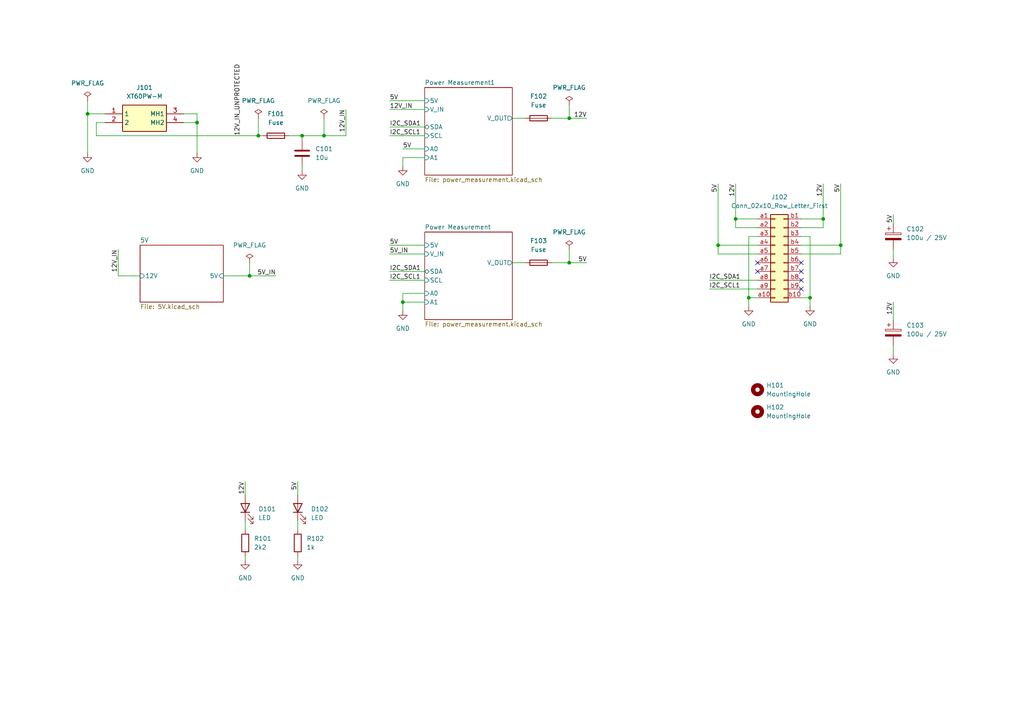
<source format=kicad_sch>
(kicad_sch (version 20250114) (generator "eeschema") (generator_version "9.0")
  (paper "A4")
  (lib_symbols
    (symbol "Connector_Generic:Conn_02x10_Row_Letter_First" (pin_names (offset 1.016) (hide yes))
      (property "Reference" "J" (at 1.27 12.7 0))
      (property "Value" "Conn_02x10_Row_Letter_First" (at 1.27 -15.24 0))
      (symbol "Conn_02x10_Row_Letter_First_1_1"
        (rectangle (start -1.27 11.43) (end 3.81 -13.97) (stroke (width 0.254)) (fill (type background)))
        (rectangle (start -1.27 10.287) (end 0 10.033) (stroke (width 0.1524)))
        (rectangle (start -1.27 7.747) (end 0 7.493) (stroke (width 0.1524)))
        (rectangle (start -1.27 5.207) (end 0 4.953) (stroke (width 0.1524)))
        (rectangle (start -1.27 2.667) (end 0 2.413) (stroke (width 0.1524)))
        (rectangle (start -1.27 0.127) (end 0 -0.127) (stroke (width 0.1524)))
        (rectangle (start -1.27 -2.413) (end 0 -2.667) (stroke (width 0.1524)))
        (rectangle (start -1.27 -4.953) (end 0 -5.207) (stroke (width 0.1524)))
        (rectangle (start -1.27 -7.493) (end 0 -7.747) (stroke (width 0.1524)))
        (rectangle (start -1.27 -10.033) (end 0 -10.287) (stroke (width 0.1524)))
        (rectangle (start -1.27 -12.573) (end 0 -12.827) (stroke (width 0.1524)))
        (rectangle (start 3.81 10.287) (end 2.54 10.033) (stroke (width 0.1524)))
        (rectangle (start 3.81 7.747) (end 2.54 7.493) (stroke (width 0.1524)))
        (rectangle (start 3.81 5.207) (end 2.54 4.953) (stroke (width 0.1524)))
        (rectangle (start 3.81 2.667) (end 2.54 2.413) (stroke (width 0.1524)))
        (rectangle (start 3.81 0.127) (end 2.54 -0.127) (stroke (width 0.1524)))
        (rectangle (start 3.81 -2.413) (end 2.54 -2.667) (stroke (width 0.1524)))
        (rectangle (start 3.81 -4.953) (end 2.54 -5.207) (stroke (width 0.1524)))
        (rectangle (start 3.81 -7.493) (end 2.54 -7.747) (stroke (width 0.1524)))
        (rectangle (start 3.81 -10.033) (end 2.54 -10.287) (stroke (width 0.1524)))
        (rectangle (start 3.81 -12.573) (end 2.54 -12.827) (stroke (width 0.1524)))
        (pin passive line (at -5.08 10.16 0) (length 3.81) (name "Pin_a1") (number "a1"))
        (pin passive line (at -5.08 7.62 0) (length 3.81) (name "Pin_a2") (number "a2"))
        (pin passive line (at -5.08 5.08 0) (length 3.81) (name "Pin_a3") (number "a3"))
        (pin passive line (at -5.08 2.54 0) (length 3.81) (name "Pin_a4") (number "a4"))
        (pin passive line (at -5.08 0 0) (length 3.81) (name "Pin_a5") (number "a5"))
        (pin passive line (at -5.08 -2.54 0) (length 3.81) (name "Pin_a6") (number "a6"))
        (pin passive line (at -5.08 -5.08 0) (length 3.81) (name "Pin_a7") (number "a7"))
        (pin passive line (at -5.08 -7.62 0) (length 3.81) (name "Pin_a8") (number "a8"))
        (pin passive line (at -5.08 -10.16 0) (length 3.81) (name "Pin_a9") (number "a9"))
        (pin passive line (at -5.08 -12.7 0) (length 3.81) (name "Pin_a10") (number "a10"))
        (pin passive line (at 7.62 10.16 180) (length 3.81) (name "Pin_b1") (number "b1"))
        (pin passive line (at 7.62 7.62 180) (length 3.81) (name "Pin_b2") (number "b2"))
        (pin passive line (at 7.62 5.08 180) (length 3.81) (name "Pin_b3") (number "b3"))
        (pin passive line (at 7.62 2.54 180) (length 3.81) (name "Pin_b4") (number "b4"))
        (pin passive line (at 7.62 0 180) (length 3.81) (name "Pin_b5") (number "b5"))
        (pin passive line (at 7.62 -2.54 180) (length 3.81) (name "Pin_b6") (number "b6"))
        (pin passive line (at 7.62 -5.08 180) (length 3.81) (name "Pin_b7") (number "b7"))
        (pin passive line (at 7.62 -7.62 180) (length 3.81) (name "Pin_b8") (number "b8"))
        (pin passive line (at 7.62 -10.16 180) (length 3.81) (name "Pin_b9") (number "b9"))
        (pin passive line (at 7.62 -12.7 180) (length 3.81) (name "Pin_b10") (number "b10"))
      )
    )
    (symbol "Device:C" (pin_numbers (hide yes)) (pin_names (offset 0.254))
      (property "Reference" "C" (at 0.635 2.54 0))
      (property "Value" "C" (at 0.635 -2.54 0))
      (symbol "C_0_1"
        (polyline (pts (xy -2.032 0.762) (xy 2.032 0.762)) (stroke (width 0.508)))
        (polyline (pts (xy -2.032 -0.762) (xy 2.032 -0.762)) (stroke (width 0.508)))
      )
      (symbol "C_1_1"
        (pin passive line (at 0 3.81 270) (length 2.794) (name "~") (number "1"))
        (pin passive line (at 0 -3.81 90) (length 2.794) (name "~") (number "2"))
      )
    )
    (symbol "Device:C_Polarized" (pin_numbers (hide yes)) (pin_names (offset 0.254))
      (property "Reference" "C" (at 0.635 2.54 0))
      (property "Value" "C_Polarized" (at 0.635 -2.54 0))
      (symbol "C_Polarized_0_1"
        (rectangle (start -2.286 0.508) (end 2.286 1.016))
        (polyline (pts (xy -1.778 2.286) (xy -0.762 2.286)))
        (polyline (pts (xy -1.27 2.794) (xy -1.27 1.778)))
        (rectangle (start 2.286 -0.508) (end -2.286 -1.016) (fill (type outline)))
      )
      (symbol "C_Polarized_1_1"
        (pin passive line (at 0 3.81 270) (length 2.794) (name "~") (number "1"))
        (pin passive line (at 0 -3.81 90) (length 2.794) (name "~") (number "2"))
      )
    )
    (symbol "Device:Fuse" (pin_numbers (hide yes)) (pin_names (offset 0))
      (property "Reference" "F" (at 2.032 0 90))
      (property "Value" "Fuse" (at -1.905 0 90))
      (symbol "Fuse_0_1"
        (rectangle (start -0.762 -2.54) (end 0.762 2.54) (stroke (width 0.254)))
        (polyline (pts (xy 0 2.54) (xy 0 -2.54)))
      )
      (symbol "Fuse_1_1"
        (pin passive line (at 0 3.81 270) (length 1.27) (name "~") (number "1"))
        (pin passive line (at 0 -3.81 90) (length 1.27) (name "~") (number "2"))
      )
    )
    (symbol "Device:LED" (pin_numbers (hide yes)) (pin_names (offset 1.016) (hide yes))
      (property "Reference" "D" (at 0 2.54 0))
      (property "Value" "LED" (at 0 -2.54 0))
      (symbol "LED_0_1"
        (polyline (pts (xy -3.048 -0.762) (xy -4.572 -2.286) (xy -3.81 -2.286) (xy -4.572 -2.286) (xy -4.572 -1.524)))
        (polyline (pts (xy -1.778 -0.762) (xy -3.302 -2.286) (xy -2.54 -2.286) (xy -3.302 -2.286) (xy -3.302 -1.524)))
        (polyline (pts (xy -1.27 0) (xy 1.27 0)))
        (polyline (pts (xy -1.27 -1.27) (xy -1.27 1.27)) (stroke (width 0.254)))
        (polyline (pts (xy 1.27 -1.27) (xy 1.27 1.27) (xy -1.27 0) (xy 1.27 -1.27)) (stroke (width 0.254)))
      )
      (symbol "LED_1_1"
        (pin passive line (at -3.81 0 0) (length 2.54) (name "K") (number "1"))
        (pin passive line (at 3.81 0 180) (length 2.54) (name "A") (number "2"))
      )
    )
    (symbol "Device:R" (pin_numbers (hide yes)) (pin_names (offset 0))
      (property "Reference" "R" (at 2.032 0 90))
      (property "Value" "R" (at 0 0 90))
      (symbol "R_0_1"
        (rectangle (start -1.016 -2.54) (end 1.016 2.54) (stroke (width 0.254)))
      )
      (symbol "R_1_1"
        (pin passive line (at 0 3.81 270) (length 1.27) (name "~") (number "1"))
        (pin passive line (at 0 -3.81 90) (length 1.27) (name "~") (number "2"))
      )
    )
    (symbol "LED_1" (pin_numbers (hide yes)) (pin_names (offset 1.016) (hide yes))
      (property "Reference" "D" (at 0 2.54 0))
      (property "Value" "LED" (at 0 -2.54 0))
      (symbol "LED_1_0_1"
        (polyline (pts (xy -3.048 -0.762) (xy -4.572 -2.286) (xy -3.81 -2.286) (xy -4.572 -2.286) (xy -4.572 -1.524)))
        (polyline (pts (xy -1.778 -0.762) (xy -3.302 -2.286) (xy -2.54 -2.286) (xy -3.302 -2.286) (xy -3.302 -1.524)))
        (polyline (pts (xy -1.27 0) (xy 1.27 0)))
        (polyline (pts (xy -1.27 -1.27) (xy -1.27 1.27)) (stroke (width 0.254)))
        (polyline (pts (xy 1.27 -1.27) (xy 1.27 1.27) (xy -1.27 0) (xy 1.27 -1.27)) (stroke (width 0.254)))
      )
      (symbol "LED_1_1_1"
        (pin passive line (at -3.81 0 0) (length 2.54) (name "K") (number "1"))
        (pin passive line (at 3.81 0 180) (length 2.54) (name "A") (number "2"))
      )
    )
    (symbol "Mechanical:MountingHole" (pin_names (offset 1.016)) (exclude_from_sim yes) (in_bom no)
      (property "Reference" "H" (at 0 5.08 0))
      (property "Value" "MountingHole" (at 0 3.175 0))
      (symbol "MountingHole_0_1"
        (circle (center 0 0) (radius 1.27) (stroke (width 1.27)))
      )
    )
    (symbol "XT60PW-M:XT60PW-M"
      (property "Reference" "J" (at 19.05 7.62 0))
      (property "Value" "XT60PW-M" (at 19.05 5.08 0))
      (symbol "XT60PW-M_1_1"
        (rectangle (start 5.08 2.54) (end 17.78 -5.08) (stroke (width 0.254)) (fill (type background)))
        (pin passive line (at 0 0 0) (length 5.08) (name "1") (number "1"))
        (pin passive line (at 0 -2.54 0) (length 5.08) (name "2") (number "2"))
        (pin passive line (at 22.86 0 180) (length 5.08) (name "MH1") (number "3"))
        (pin passive line (at 22.86 -2.54 180) (length 5.08) (name "MH2") (number "4"))
      )
    )
    (symbol "power:GND" (power) (pin_numbers (hide yes)) (pin_names (offset 0) (hide yes))
      (property "Value" "GND" (at 0 -3.81 0))
      (symbol "GND_0_1"
        (polyline (pts (xy 0 0) (xy 0 -1.27) (xy 1.27 -1.27) (xy 0 -2.54) (xy -1.27 -1.27) (xy 0 -1.27)))
      )
      (symbol "GND_1_1"
        (pin power_in line (at 0 0 270) (length 0) (name "~") (number "1"))
      )
    )
    (symbol "power:PWR_FLAG" (power) (pin_numbers (hide yes)) (pin_names (offset 0) (hide yes))
      (property "Value" "PWR_FLAG" (at 0 3.81 0))
      (symbol "PWR_FLAG_0_0"
        (pin power_out line (at 0 0 90) (length 0) (name "~") (number "1"))
      )
      (symbol "PWR_FLAG_0_1"
        (polyline (pts (xy 0 0) (xy 0 1.27) (xy -1.016 1.905) (xy 0 2.54) (xy 1.016 1.905) (xy 0 1.27)))
      )
    )
  )
  (junction (at 72.39 80.01))
  (junction (at 238.76 63.5))
  (junction (at 217.17 86.36))
  (junction (at 74.93 39.37))
  (junction (at 165.1 34.29))
  (junction (at 165.1 76.2))
  (junction (at 213.36 63.5))
  (junction (at 116.84 87.63))
  (junction (at 25.4 33.02))
  (junction (at 57.15 35.56))
  (junction (at 234.95 86.36))
  (junction (at 93.98 39.37))
  (junction (at 87.63 39.37))
  (junction (at 208.28 71.12))
  (junction (at 243.84 71.12))
  (no_connect (at 232.41 76.2))
  (no_connect (at 219.71 76.2))
  (no_connect (at 219.71 78.74))
  (no_connect (at 232.41 83.82))
  (no_connect (at 232.41 78.74))
  (no_connect (at 232.41 81.28))
  (wire (pts (xy 232.41 66.04) (xy 238.76 66.04)))
  (wire (pts (xy 217.17 68.58) (xy 217.17 86.36)))
  (wire (pts (xy 40.64 80.01) (xy 34.29 80.01)))
  (wire (pts (xy 232.41 73.66) (xy 243.84 73.66)))
  (wire (pts (xy 87.63 48.26) (xy 87.63 49.53)))
  (wire (pts (xy 116.84 45.72) (xy 116.84 48.26)))
  (wire (pts (xy 165.1 72.39) (xy 165.1 76.2)))
  (wire (pts (xy 148.59 76.2) (xy 152.4 76.2)))
  (wire (pts (xy 123.19 45.72) (xy 116.84 45.72)))
  (wire (pts (xy 113.03 29.21) (xy 123.19 29.21)))
  (wire (pts (xy 86.36 139.7) (xy 86.36 143.51)))
  (wire (pts (xy 238.76 63.5) (xy 238.76 53.34)))
  (wire (pts (xy 74.93 39.37) (xy 76.2 39.37)))
  (wire (pts (xy 113.03 81.28) (xy 123.19 81.28)))
  (wire (pts (xy 259.08 100.33) (xy 259.08 102.87)))
  (wire (pts (xy 57.15 35.56) (xy 57.15 44.45)))
  (wire (pts (xy 232.41 68.58) (xy 234.95 68.58)))
  (wire (pts (xy 165.1 76.2) (xy 170.18 76.2)))
  (wire (pts (xy 238.76 66.04) (xy 238.76 63.5)))
  (wire (pts (xy 208.28 71.12) (xy 208.28 53.34)))
  (wire (pts (xy 71.12 161.29) (xy 71.12 162.56)))
  (wire (pts (xy 259.08 87.63) (xy 259.08 92.71)))
  (wire (pts (xy 116.84 87.63) (xy 116.84 90.17)))
  (wire (pts (xy 148.59 34.29) (xy 152.4 34.29)))
  (wire (pts (xy 259.08 62.23) (xy 259.08 64.77)))
  (wire (pts (xy 113.03 31.75) (xy 123.19 31.75)))
  (wire (pts (xy 83.82 39.37) (xy 87.63 39.37)))
  (wire (pts (xy 71.12 139.7) (xy 71.12 143.51)))
  (wire (pts (xy 243.84 71.12) (xy 243.84 53.34)))
  (wire (pts (xy 219.71 73.66) (xy 208.28 73.66)))
  (wire (pts (xy 217.17 86.36) (xy 217.17 88.9)))
  (wire (pts (xy 25.4 29.21) (xy 25.4 33.02)))
  (wire (pts (xy 64.77 80.01) (xy 72.39 80.01)))
  (wire (pts (xy 113.03 71.12) (xy 123.19 71.12)))
  (wire (pts (xy 57.15 33.02) (xy 57.15 35.56)))
  (wire (pts (xy 27.94 39.37) (xy 74.93 39.37)))
  (wire (pts (xy 53.34 35.56) (xy 57.15 35.56)))
  (wire (pts (xy 160.02 34.29) (xy 165.1 34.29)))
  (wire (pts (xy 25.4 33.02) (xy 25.4 44.45)))
  (wire (pts (xy 219.71 71.12) (xy 208.28 71.12)))
  (wire (pts (xy 205.74 83.82) (xy 219.71 83.82)))
  (wire (pts (xy 113.03 78.74) (xy 123.19 78.74)))
  (wire (pts (xy 165.1 30.48) (xy 165.1 34.29)))
  (wire (pts (xy 219.71 86.36) (xy 217.17 86.36)))
  (wire (pts (xy 205.74 81.28) (xy 219.71 81.28)))
  (wire (pts (xy 93.98 34.29) (xy 93.98 39.37)))
  (wire (pts (xy 116.84 43.18) (xy 123.19 43.18)))
  (wire (pts (xy 234.95 68.58) (xy 234.95 86.36)))
  (wire (pts (xy 93.98 39.37) (xy 100.33 39.37)))
  (wire (pts (xy 87.63 39.37) (xy 93.98 39.37)))
  (wire (pts (xy 160.02 76.2) (xy 165.1 76.2)))
  (wire (pts (xy 232.41 86.36) (xy 234.95 86.36)))
  (wire (pts (xy 86.36 151.13) (xy 86.36 153.67)))
  (wire (pts (xy 113.03 36.83) (xy 123.19 36.83)))
  (wire (pts (xy 34.29 80.01) (xy 34.29 72.39)))
  (wire (pts (xy 213.36 66.04) (xy 213.36 63.5)))
  (wire (pts (xy 232.41 63.5) (xy 238.76 63.5)))
  (wire (pts (xy 123.19 85.09) (xy 116.84 85.09)))
  (wire (pts (xy 72.39 76.2) (xy 72.39 80.01)))
  (wire (pts (xy 116.84 85.09) (xy 116.84 87.63)))
  (wire (pts (xy 74.93 34.29) (xy 74.93 39.37)))
  (wire (pts (xy 113.03 39.37) (xy 123.19 39.37)))
  (wire (pts (xy 87.63 39.37) (xy 87.63 40.64)))
  (wire (pts (xy 86.36 161.29) (xy 86.36 162.56)))
  (wire (pts (xy 219.71 66.04) (xy 213.36 66.04)))
  (wire (pts (xy 219.71 63.5) (xy 213.36 63.5)))
  (wire (pts (xy 123.19 87.63) (xy 116.84 87.63)))
  (wire (pts (xy 27.94 35.56) (xy 30.48 35.56)))
  (wire (pts (xy 71.12 151.13) (xy 71.12 153.67)))
  (wire (pts (xy 213.36 63.5) (xy 213.36 53.34)))
  (wire (pts (xy 243.84 73.66) (xy 243.84 71.12)))
  (wire (pts (xy 25.4 33.02) (xy 30.48 33.02)))
  (wire (pts (xy 113.03 73.66) (xy 123.19 73.66)))
  (wire (pts (xy 53.34 33.02) (xy 57.15 33.02)))
  (wire (pts (xy 165.1 34.29) (xy 170.18 34.29)))
  (wire (pts (xy 259.08 72.39) (xy 259.08 74.93)))
  (wire (pts (xy 72.39 80.01) (xy 80.01 80.01)))
  (wire (pts (xy 219.71 68.58) (xy 217.17 68.58)))
  (wire (pts (xy 232.41 71.12) (xy 243.84 71.12)))
  (wire (pts (xy 234.95 86.36) (xy 234.95 88.9)))
  (wire (pts (xy 208.28 73.66) (xy 208.28 71.12)))
  (wire (pts (xy 100.33 31.75) (xy 100.33 39.37)))
  (wire (pts (xy 27.94 39.37) (xy 27.94 35.56)))
  (label "5V" (at 116.84 43.18 0))
  (label "12V_IN" (at 113.03 31.75 0))
  (label "12V" (at 238.76 53.34 270))
  (label "I2C_SCL1" (at 113.03 39.37 0))
  (label "12V_IN" (at 100.33 31.75 270))
  (label "I2C_SDA1" (at 113.03 78.74 0))
  (label "5V_IN" (at 80.01 80.01 180))
  (label "I2C_SDA1" (at 113.03 36.83 0))
  (label "I2C_SCL1" (at 113.03 81.28 0))
  (label "5V_IN" (at 113.03 73.66 0))
  (label "5V" (at 113.03 71.12 0))
  (label "5V" (at 113.03 29.21 0))
  (label "12V" (at 259.08 87.63 270))
  (label "12V" (at 71.12 139.7 270))
  (label "12V" (at 213.36 53.34 270))
  (label "5V" (at 243.84 53.34 270))
  (label "5V" (at 259.08 62.23 270))
  (label "I2C_SDA1" (at 205.74 81.28 0))
  (label "12V" (at 170.18 34.29 180))
  (label "12V_IN_UNPROTECTED" (at 69.85 39.37 90))
  (label "I2C_SCL1" (at 205.74 83.82 0))
  (label "5V" (at 86.36 139.7 270))
  (label "5V" (at 208.28 53.34 270))
  (label "5V" (at 170.18 76.2 180))
  (label "12V_IN" (at 34.29 72.39 270))
  (symbol (lib_id "Device:C_Polarized") (at 259.08 68.58 0) (unit 1)
    (property "Reference" "C102" (at 262.89 66.4209 0) (effects (justify left)))
    (property "Value" "100u / 25V" (at 262.89 68.9609 0) (effects (justify left)))
    (property "Footprint" "Capacitor_Tantalum_SMD:CP_EIA-7343-43_Kemet-X" (effects (hide yes)))
    (property "Description" "Polarized capacitor" (effects (hide yes)))
    (property "LCSC" "C132558" (effects (hide yes)))
  )
  (symbol (lib_id "power:GND") (at 71.12 162.56 0) (unit 1)
    (property "Reference" "#PWR0103" (effects (hide yes)))
    (property "Value" "GND" (at 71.12 167.64 0))
    (property "Description" "Power symbol creates a global label with name \"GND\" , ground" (effects (hide yes)))
  )
  (symbol (lib_id "power:GND") (at 234.95 88.9 0) (unit 1)
    (property "Reference" "#PWR0108" (effects (hide yes)))
    (property "Value" "GND" (at 234.95 93.98 0))
    (property "Description" "Power symbol creates a global label with name \"GND\" , ground" (effects (hide yes)))
  )
  (symbol (lib_name "LED_1") (lib_id "Device:LED") (at 86.36 147.32 90) (unit 1)
    (property "Reference" "D102" (at 90.17 147.6374 90) (effects (justify right)))
    (property "Value" "LED" (at 90.17 150.1774 90) (effects (justify right)))
    (property "Footprint" "LED_SMD:LED_0805_2012Metric" (effects (hide yes)))
    (property "Description" "Light emitting diode" (effects (hide yes)))
    (property "LCSC" "C84256" (effects (hide yes)))
  )
  (symbol (lib_id "power:GND") (at 116.84 48.26 0) (unit 1)
    (property "Reference" "#PWR0105" (effects (hide yes)))
    (property "Value" "GND" (at 116.84 53.34 0))
    (property "Description" "Power symbol creates a global label with name \"GND\" , ground" (effects (hide yes)))
  )
  (symbol (lib_id "Mechanical:MountingHole") (at 219.71 113.03 0) (unit 1) (exclude_from_sim yes) (in_bom no)
    (property "Reference" "H101" (at 222.25 111.7599 0) (effects (justify left)))
    (property "Value" "MountingHole" (at 222.25 114.2999 0) (effects (justify left)))
    (property "Footprint" "MountingHole:MountingHole_3.2mm_M3" (effects (hide yes)))
    (property "Description" "Mounting Hole without connection" (effects (hide yes)))
  )
  (symbol (lib_id "power:PWR_FLAG") (at 165.1 72.39 0) (unit 1)
    (property "Reference" "#FLG0105" (effects (hide yes)))
    (property "Value" "PWR_FLAG" (at 165.1 67.31 0))
    (property "Description" "Special symbol for telling ERC where power comes from" (effects (hide yes)))
  )
  (symbol (lib_id "power:PWR_FLAG") (at 165.1 30.48 0) (unit 1)
    (property "Reference" "#FLG0104" (effects (hide yes)))
    (property "Value" "PWR_FLAG" (at 165.1 25.4 0))
    (property "Description" "Special symbol for telling ERC where power comes from" (effects (hide yes)))
  )
  (symbol (lib_id "power:GND") (at 259.08 74.93 0) (unit 1)
    (property "Reference" "#PWR0109" (effects (hide yes)))
    (property "Value" "GND" (at 259.08 80.01 0))
    (property "Description" "Power symbol creates a global label with name \"GND\" , ground" (effects (hide yes)))
  )
  (symbol (lib_id "power:GND") (at 57.15 44.45 0) (unit 1)
    (property "Reference" "#PWR0111" (effects (hide yes)))
    (property "Value" "GND" (at 57.15 49.53 0))
    (property "Description" "Power symbol creates a global label with name \"GND\" , ground" (effects (hide yes)))
  )
  (symbol (lib_id "power:PWR_FLAG") (at 72.39 76.2 0) (unit 1)
    (property "Reference" "#FLG0103" (effects (hide yes)))
    (property "Value" "PWR_FLAG" (at 72.39 71.12 0))
    (property "Description" "Special symbol for telling ERC where power comes from" (effects (hide yes)))
  )
  (symbol (lib_id "Device:LED") (at 71.12 147.32 90) (unit 1)
    (property "Reference" "D101" (at 74.93 147.6374 90) (effects (justify right)))
    (property "Value" "LED" (at 74.93 150.1774 90) (effects (justify right)))
    (property "Footprint" "LED_SMD:LED_0805_2012Metric" (effects (hide yes)))
    (property "Description" "Light emitting diode" (effects (hide yes)))
    (property "LCSC" "C84256" (effects (hide yes)))
  )
  (symbol (lib_id "Device:R") (at 86.36 157.48 0) (unit 1)
    (property "Reference" "R102" (at 88.9 156.2099 0) (effects (justify left)))
    (property "Value" "1k" (at 88.9 158.7499 0) (effects (justify left)))
    (property "Footprint" "Resistor_SMD:R_0805_2012Metric" (effects (hide yes)))
    (property "Description" "Resistor" (effects (hide yes)))
    (property "LCSC" "C17513" (effects (hide yes)))
  )
  (symbol (lib_id "Device:C_Polarized") (at 259.08 96.52 0) (unit 1)
    (property "Reference" "C103" (at 262.89 94.3609 0) (effects (justify left)))
    (property "Value" "100u / 25V" (at 262.89 96.9009 0) (effects (justify left)))
    (property "Footprint" "Capacitor_Tantalum_SMD:CP_EIA-7343-43_Kemet-X" (effects (hide yes)))
    (property "Description" "Polarized capacitor" (effects (hide yes)))
    (property "LCSC" "C132558" (effects (hide yes)))
  )
  (symbol (lib_id "power:GND") (at 86.36 162.56 0) (unit 1)
    (property "Reference" "#PWR0104" (effects (hide yes)))
    (property "Value" "GND" (at 86.36 167.64 0))
    (property "Description" "Power symbol creates a global label with name \"GND\" , ground" (effects (hide yes)))
  )
  (symbol (lib_id "power:PWR_FLAG") (at 93.98 34.29 0) (unit 1)
    (property "Reference" "#FLG0101" (effects (hide yes)))
    (property "Value" "PWR_FLAG" (at 93.98 29.21 0))
    (property "Description" "Special symbol for telling ERC where power comes from" (effects (hide yes)))
  )
  (symbol (lib_id "XT60PW-M:XT60PW-M") (at 30.48 33.02 0) (unit 1)
    (property "Reference" "J101" (at 41.91 25.4 0))
    (property "Value" "XT60PW-M" (at 41.91 27.94 0))
    (property "Footprint" "PRJ:XT60PWM" (effects (hide yes)))
    (property "Datasheet" "https://www.tme.eu/Document/b13629717d44ae038681dba08d18c0b6/XT60PW-M.pdf" (effects (hide yes)))
    (property "Description" "Connector: DC supply; socket; XT60; male; PIN: 2; on PCBs; THT; 30A" (effects (hide yes)))
  )
  (symbol (lib_id "power:PWR_FLAG") (at 25.4 29.21 0) (unit 1)
    (property "Reference" "#FLG0102" (effects (hide yes)))
    (property "Value" "PWR_FLAG" (at 25.4 24.13 0))
    (property "Description" "Special symbol for telling ERC where power comes from" (effects (hide yes)))
  )
  (symbol (lib_id "power:GND") (at 217.17 88.9 0) (unit 1)
    (property "Reference" "#PWR0107" (effects (hide yes)))
    (property "Value" "GND" (at 217.17 93.98 0))
    (property "Description" "Power symbol creates a global label with name \"GND\" , ground" (effects (hide yes)))
  )
  (symbol (lib_id "power:GND") (at 116.84 90.17 0) (unit 1)
    (property "Reference" "#PWR0106" (effects (hide yes)))
    (property "Value" "GND" (at 116.84 95.25 0))
    (property "Description" "Power symbol creates a global label with name \"GND\" , ground" (effects (hide yes)))
  )
  (symbol (lib_id "Device:Fuse") (at 156.21 34.29 90) (unit 1)
    (property "Reference" "F102" (at 156.21 27.94 90))
    (property "Value" "Fuse" (at 156.21 30.48 90))
    (property "Footprint" "PRJ:FUSE_01530007Z" (effects (hide yes)))
    (property "Description" "Fuse" (effects (hide yes)))
    (property "MOUSER" "576-01530007Z" (effects (hide yes)))
  )
  (symbol (lib_id "Device:Fuse") (at 80.01 39.37 90) (unit 1)
    (property "Reference" "F101" (at 80.01 33.02 90))
    (property "Value" "Fuse" (at 80.01 35.56 90))
    (property "Footprint" "PRJ:FUSE_01530007Z" (effects (hide yes)))
    (property "Description" "Fuse" (effects (hide yes)))
    (property "MOUSER" "576-01530007Z" (effects (hide yes)))
  )
  (symbol (lib_id "Device:R") (at 71.12 157.48 0) (unit 1)
    (property "Reference" "R101" (at 73.66 156.2099 0) (effects (justify left)))
    (property "Value" "2k2" (at 73.66 158.7499 0) (effects (justify left)))
    (property "Footprint" "Resistor_SMD:R_0805_2012Metric" (effects (hide yes)))
    (property "Description" "Resistor" (effects (hide yes)))
    (property "LCSC" "C17520" (effects (hide yes)))
  )
  (symbol (lib_id "power:GND") (at 87.63 49.53 0) (unit 1)
    (property "Reference" "#PWR0102" (effects (hide yes)))
    (property "Value" "GND" (at 87.63 54.61 0))
    (property "Description" "Power symbol creates a global label with name \"GND\" , ground" (effects (hide yes)))
  )
  (symbol (lib_id "Connector_Generic:Conn_02x10_Row_Letter_First") (at 224.79 73.66 0) (unit 1)
    (property "Reference" "J102" (at 226.06 57.15 0))
    (property "Value" "Conn_02x10_Row_Letter_First" (at 226.06 59.69 0))
    (property "Footprint" "PRJ:PCN10C-20S-2.54DS" (effects (hide yes)))
    (property "Description" "Generic connector, double row, 02x10, row letter first pin numbering scheme (pin number consists of a letter for the row and a number for the pin index in this row. a1, ..., aN; b1, ..., bN), script generated (kicad-library-utils/schlib/autogen/connector/)" (effects (hide yes)))
    (property "MOUSER" "798-PCN10C20S254DS72" (effects (hide yes)))
  )
  (symbol (lib_id "Mechanical:MountingHole") (at 219.71 119.38 0) (unit 1) (exclude_from_sim yes) (in_bom no)
    (property "Reference" "H102" (at 222.25 118.1099 0) (effects (justify left)))
    (property "Value" "MountingHole" (at 222.25 120.6499 0) (effects (justify left)))
    (property "Footprint" "MountingHole:MountingHole_3.2mm_M3" (effects (hide yes)))
    (property "Description" "Mounting Hole without connection" (effects (hide yes)))
  )
  (symbol (lib_id "power:PWR_FLAG") (at 74.93 34.29 0) (unit 1)
    (property "Reference" "#FLG0106" (effects (hide yes)))
    (property "Value" "PWR_FLAG" (at 74.93 29.21 0))
    (property "Description" "Special symbol for telling ERC where power comes from" (effects (hide yes)))
  )
  (symbol (lib_id "Device:C") (at 87.63 44.45 0) (unit 1)
    (property "Reference" "C101" (at 91.44 43.1799 0) (effects (justify left)))
    (property "Value" "10u" (at 91.44 45.7199 0) (effects (justify left)))
    (property "Footprint" "Capacitor_SMD:C_1206_3216Metric" (effects (hide yes)))
    (property "Description" "Unpolarized capacitor" (effects (hide yes)))
    (property "LCSC" "C13585" (effects (hide yes)))
  )
  (symbol (lib_id "power:GND") (at 25.4 44.45 0) (mirror y) (unit 1)
    (property "Reference" "#PWR0101" (effects (hide yes)))
    (property "Value" "GND" (at 25.4 49.53 0))
    (property "Description" "Power symbol creates a global label with name \"GND\" , ground" (effects (hide yes)))
  )
  (symbol (lib_id "Device:Fuse") (at 156.21 76.2 90) (unit 1)
    (property "Reference" "F103" (at 156.21 69.85 90))
    (property "Value" "Fuse" (at 156.21 72.39 90))
    (property "Footprint" "PRJ:FUSE_01530007Z" (effects (hide yes)))
    (property "Description" "Fuse" (effects (hide yes)))
    (property "MOUSER" "576-01530007Z" (effects (hide yes)))
  )
  (symbol (lib_id "power:GND") (at 259.08 102.87 0) (unit 1)
    (property "Reference" "#PWR0110" (effects (hide yes)))
    (property "Value" "GND" (at 259.08 107.95 0))
    (property "Description" "Power symbol creates a global label with name \"GND\" , ground" (effects (hide yes)))
  )
  (sheet (at 123.19 25.4) (size 25.4 25.4) (stroke (width 0.1524))
    (property "Sheetname" "Power Measurement1" (at 123.19 24.6884 0) (effects (justify left bottom)))
    (property "Sheetfile" "power_measurement.kicad_sch" (at 123.19 51.3846 0) (effects (justify left top)))
    (pin "5V" input (at 123.19 29.21 180))
    (pin "A0" input (at 123.19 43.18 180))
    (pin "A1" input (at 123.19 45.72 180))
    (pin "SCL" input (at 123.19 39.37 180))
    (pin "SDA" bidirectional (at 123.19 36.83 180))
    (pin "V_IN" input (at 123.19 31.75 180))
    (pin "V_OUT" output (at 148.59 34.29 0))
  )
  (sheet (at 123.19 67.31) (size 25.4 25.4) (stroke (width 0.1524))
    (property "Sheetname" "Power Measurement" (at 123.19 66.5984 0) (effects (justify left bottom)))
    (property "Sheetfile" "power_measurement.kicad_sch" (at 123.19 93.2946 0) (effects (justify left top)))
    (pin "5V" input (at 123.19 71.12 180))
    (pin "A0" input (at 123.19 85.09 180))
    (pin "A1" input (at 123.19 87.63 180))
    (pin "SCL" input (at 123.19 81.28 180))
    (pin "SDA" bidirectional (at 123.19 78.74 180))
    (pin "V_IN" input (at 123.19 73.66 180))
    (pin "V_OUT" output (at 148.59 76.2 0))
  )
  (sheet (at 40.64 71.12) (size 24.13 16.51) (stroke (width 0.1524))
    (property "Sheetname" "5V" (at 40.64 70.4084 0) (effects (justify left bottom)))
    (property "Sheetfile" "5V.kicad_sch" (at 40.64 88.2146 0) (effects (justify left top)))
    (pin "5V" input (at 64.77 80.01 0))
    (pin "12V" input (at 40.64 80.01 180))
  )
)
</source>
